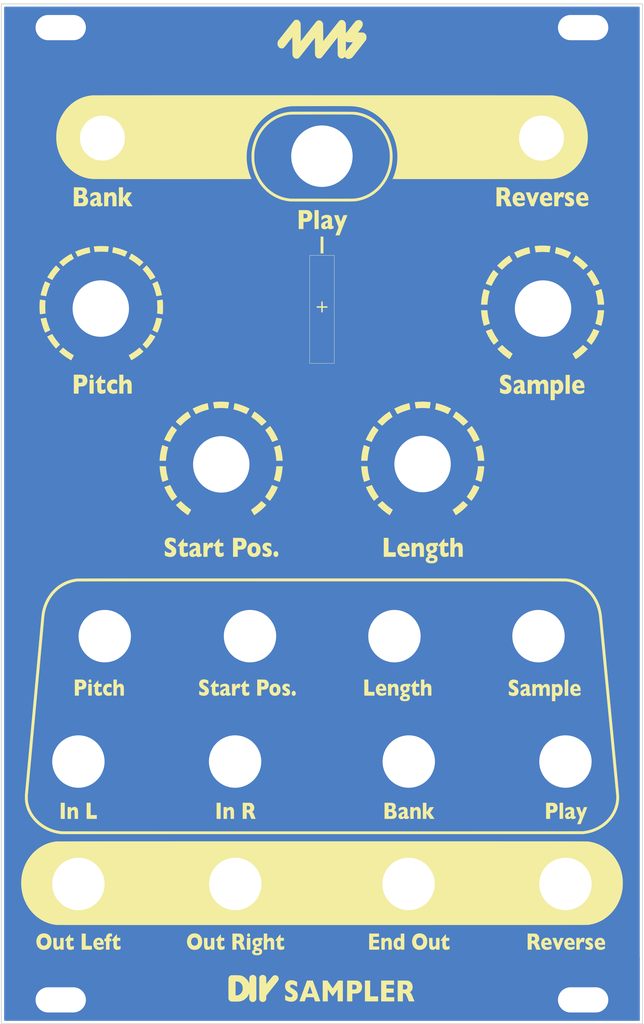
<source format=kicad_pcb>
(kicad_pcb (version 20221018) (generator pcbnew)
  (layers (0 "F.Cu" signal) (31 "B.Cu" signal) (34 "B.Paste" user) (35 "F.Paste" user) (36 "B.SilkS" user "B.Silkscreen") (37 "F.SilkS" user "F.Silkscreen") (38 "B.Mask" user) (39 "F.Mask" user) (44 "Edge.Cuts" user))
  (net 0 "")
  (net 1 "GND")
  (footprint "Faceplate_Hole_Jack_3.5mm" (layer "F.Cu") (at 20.275 113.682236)
    (fp_text reference "REF**" hide)
    (fp_text value "GND" hide)
    (pad "1" thru_hole circle (at 0 0) (size 7.62 7.62) (drill 6.604) (layers "*.Cu" "*.Mask") (net 1 "GND"))
  )
  (footprint "Faceplate_Hole_Jack_3.5mm" (layer "F.Cu") (at 81.725 98.257236)
    (fp_text reference "REF**" hide)
    (fp_text value "GND" hide)
    (pad "1" thru_hole circle (at 0 0) (size 7.62 7.62) (drill 6.604) (layers "*.Cu" "*.Mask") (net 1 "GND"))
  )
  (footprint "Faceplate_Hole_Jack_3.5mm" (layer "F.Cu") (at 40.07 113.682236)
    (fp_text reference "REF**" hide)
    (fp_text value "GND" hide)
    (pad "1" thru_hole circle (at 0 0) (size 7.62 7.62) (drill 6.604) (layers "*.Cu" "*.Mask") (net 1 "GND"))
  )
  (footprint "Faceplate_Hole_Jack_3.5mm" (layer "F.Cu") (at 60.15 82.457236)
    (fp_text reference "REF**" hide)
    (fp_text value "GND" hide)
    (pad "1" thru_hole circle (at 0 0) (size 7.62 7.62) (drill 6.604) (layers "*.Cu" "*.Mask") (net 1 "GND"))
  )
  (footprint "Faceplate_Hole_Jack_3.5mm" (layer "F.Cu") (at 78.325 82.457236)
    (fp_text reference "REF**" hide)
    (fp_text value "GND" hide)
    (pad "1" thru_hole circle (at 0 0) (size 7.62 7.62) (drill 6.604) (layers "*.Cu" "*.Mask") (net 1 "GND"))
  )
  (footprint "Faceplate_Rail_Mount_Slot_Plated" (layer "F.Cu") (at 83.957 128.2866)
    (fp_text reference "REF**" hide)
    (fp_text value "Faceplate_Rail_Mount_Slot_Plated" hide)
    (pad "1" thru_hole oval (at 0 0) (size 7.366 4.191) (drill oval 6.35 3.175) (layers "*.Cu" "*.Mask") (net 1 "GND"))
  )
  (footprint "Faceplate_Hole_Jack_3.5mm" (layer "F.Cu") (at 23.6 82.457236)
    (fp_text reference "REF**" hide)
    (fp_text value "GND" hide)
    (pad "1" thru_hole circle (at 0 0) (size 7.62 7.62) (drill 6.604) (layers "*.Cu" "*.Mask") (net 1 "GND"))
  )
  (footprint "Faceplate_Rail_Mount_Slot_Plated" (layer "F.Cu") (at 18.043 128.2866)
    (fp_text reference "REF**" hide)
    (fp_text value "Faceplate_Rail_Mount_Slot_Plated" hide)
    (pad "1" thru_hole oval (at 0 0) (size 7.366 4.191) (drill oval 6.35 3.175) (layers "*.Cu" "*.Mask") (net 1 "GND"))
  )
  (footprint "Faceplate_Hole_Jack_3.5mm" (layer "F.Cu") (at 20.275 98.257236)
    (fp_text reference "REF**" hide)
    (fp_text value "GND" hide)
    (pad "1" thru_hole circle (at 0 0) (size 7.62 7.62) (drill 6.604) (layers "*.Cu" "*.Mask") (net 1 "GND"))
  )
  (footprint "Faceplate_Hole_Jack_3.5mm" (layer "F.Cu") (at 41.925 82.457236)
    (fp_text reference "REF**" hide)
    (fp_text value "GND" hide)
    (pad "1" thru_hole circle (at 0 0) (size 7.62 7.62) (drill 6.604) (layers "*.Cu" "*.Mask") (net 1 "GND"))
  )
  (footprint "Faceplate_Rail_Mount_Slot_Plated" (layer "F.Cu") (at 83.957 5.781)
    (fp_text reference "REF**" hide)
    (fp_text value "Faceplate_Rail_Mount_Slot_Plated" hide)
    (pad "1" thru_hole oval (at 0 0) (size 7.366 4.191) (drill oval 6.35 3.175) (layers "*.Cu" "*.Mask") (net 1 "GND"))
  )
  (footprint "Faceplate_Rail_Mount_Slot_Plated" (layer "F.Cu") (at 18.043 5.781)
    (fp_text reference "REF**" hide)
    (fp_text value "Faceplate_Rail_Mount_Slot_Plated" hide)
    (pad "1" thru_hole oval (at 0 0) (size 7.366 4.191) (drill oval 6.35 3.175) (layers "*.Cu" "*.Mask") (net 1 "GND"))
  )
  (footprint "Faceplate_Hole_LED_Button_5.4mm_With_Mask_Opening" (layer "F.Cu") (at 78.7 19.707236)
    (fp_text reference "REF**" hide)
    (fp_text value "Faceplate_Hole_LED_Button_5.4mm_With_Mask_Opening" hide)
    (pad "1" thru_hole circle (at 0 0) (size 5.969 5.969) (drill 5.6642) (layers "*.Cu" "*.Mask") (net 1 "GND"))
  )
  (footprint "Faceplate_Hole_LED_Button_7mm_With_Mask_Opening" (layer "F.Cu") (at 51 21.982236)
    (fp_text reference "LOCK1" hide)
    (fp_text value "Faceplate_Hole_LED_Button_7mm_With_Mask_Opening" hide)
    (pad "1" thru_hole circle (at 0 0) (size 8.0518 8.0518) (drill 7.747) (layers "*.Cu" "*.Mask") (net 1 "GND"))
  )
  (footprint "Faceplate_Hole_Jack_3.5mm" (layer "F.Cu") (at 40.043 98.257236)
    (fp_text reference "REF**" hide)
    (fp_text value "GND" hide)
    (pad "1" thru_hole circle (at 0 0) (size 7.62 7.62) (drill 6.604) (layers "*.Cu" "*.Mask") (net 1 "GND"))
  )
  (footprint "Faceplate_Hole_Pot_16mm" (layer "F.Cu") (at 63.7 60.77)
    (fp_text reference "REF**" hide)
    (fp_text value "Faceplate_Hole_Pot_16mm" hide)
    (pad "1" thru_hole circle (at 0 0) (size 7.874 7.874) (drill 7.112) (layers "*.Cu" "*.Mask") (net 1 "GND"))
  )
  (footprint "Faceplate_Hole_Jack_3.5mm" (layer "F.Cu") (at 81.725 113.682236)
    (fp_text reference "REF**" hide)
    (fp_text value "GND" hide)
    (pad "1" thru_hole circle (at 0 0) (size 7.62 7.62) (drill 6.604) (layers "*.Cu" "*.Mask") (net 1 "GND"))
  )
  (footprint "Faceplate_Hole_Pot_16mm" (layer "F.Cu") (at 78.9 41.182236)
    (fp_text reference "REF**" hide)
    (fp_text value "Faceplate_Hole_Pot_16mm" hide)
    (pad "1" thru_hole circle (at 0 0) (size 7.874 7.874) (drill 7.112) (layers "*.Cu" "*.Mask") (net 1 "GND"))
  )
  (footprint "Faceplate_Hole_Jack_3.5mm" (layer "F.Cu") (at 61.957 98.257236)
    (fp_text reference "REF**" hide)
    (fp_text value "GND" hide)
    (pad "1" thru_hole circle (at 0 0) (size 7.62 7.62) (drill 6.604) (layers "*.Cu" "*.Mask") (net 1 "GND"))
  )
  (footprint "Faceplate_Hole_Pot_16mm" (layer "F.Cu") (at 23.1 41.182236)
    (fp_text reference "REF**" hide)
    (fp_text value "Faceplate_Hole_Pot_16mm" hide)
    (pad "1" thru_hole circle (at 0 0) (size 7.874 7.874) (drill 7.112) (layers "*.Cu" "*.Mask") (net 1 "GND"))
  )
  (footprint "Faceplate_Hole_LED_Button_5.4mm_With_Mask_Opening" (layer "F.Cu") (at 23.3 19.707236)
    (fp_text reference "REF**" hide)
    (fp_text value "Faceplate_Hole_LED_Button_5.4mm_With_Mask_Opening" hide)
    (pad "1" thru_hole circle (at 0 0) (size 5.969 5.969) (drill 5.6642) (layers "*.Cu" "*.Mask") (net 1 "GND"))
  )
  (footprint "Faceplate_Hole_Jack_3.5mm" (layer "F.Cu") (at 61.93 113.682236)
    (fp_text reference "REF**" hide)
    (fp_text value "GND" hide)
    (pad "1" thru_hole circle (at 0 0) (size 7.62 7.62) (drill 6.604) (layers "*.Cu" "*.Mask") (net 1 "GND"))
  )
  (footprint "Faceplate_Hole_Pot_16mm" (layer "F.Cu") (at 38.3 60.814319)
    (fp_text reference "REF**" hide)
    (fp_text value "Faceplate_Hole_Pot_16mm" hide)
    (pad "1" thru_hole circle (at 0 0) (size 7.874 7.874) (drill 7.112) (layers "*.Cu" "*.Mask") (net 1 "GND"))
  )
  (footprint "artwork:sampler-p1-rev5" (layer "F.Cu") (at 51.01 67.44)
    (fp_text reference "G***" hide)
    (fp_text value "LOGO" hide)
  )
  (footprint "4ms_Faceplate:Rail_Connection_16HP" (layer "B.Cu") (at 51.25 126.9 180)
    (fp_text reference "REF**" hide)
    (fp_text value "Rail_Connection_16HP" hide)
    (pad "1" smd rect (at 0 0 180) (size 79.7 8) (layers "B.Cu" "B.Paste" "B.Mask") (net 1 "GND"))
  )
  (footprint "4ms_Faceplate:Rail_Connection_16HP" (layer "B.Cu") (at 51.03 7.16 180)
    (fp_text reference "REF**" hide)
    (fp_text value "Rail_Connection_16HP" hide)
    (pad "1" smd rect (at 0 0 180) (size 79.7 8) (layers "B.Cu" "B.Paste" "B.Mask") (net 1 "GND"))
  )
  (gr_line (start 10.55 2.7838) (end 10.55 131.2838) (stroke (width 0.1)) (layer "Edge.Cuts"))
  (gr_line (start 10.55 2.7838) (end 91.45 2.7838) (stroke (width 0.1)) (layer "Edge.Cuts"))
  (gr_line (start 10.55 131.2838) (end 91.45 131.2838) (stroke (width 0.1)) (layer "Edge.Cuts"))
  (gr_rect (start 49.45 34.48) (end 52.56 48.09) (stroke (width 0.05)) (fill none) (layer "Edge.Cuts"))
  (gr_line (start 91.45 2.7838) (end 91.45 131.2838) (stroke (width 0.1)) (layer "Edge.Cuts"))
  (zone (net 1) (net_name "GND") (layer "B.Cu") (connect_pads yes (clearance 0.508)) (min_thickness 0.254) (fill yes (thermal_gap 0.508) (thermal_bridge_width 0.508) (island_removal_mode 2) (island_area_min 10))
    (polygon (pts (xy 10.904 3.1378) (xy 10.904 130.9298) (xy 91.096 130.9298) (xy 91.096 3.1378)))
  )
)
</source>
